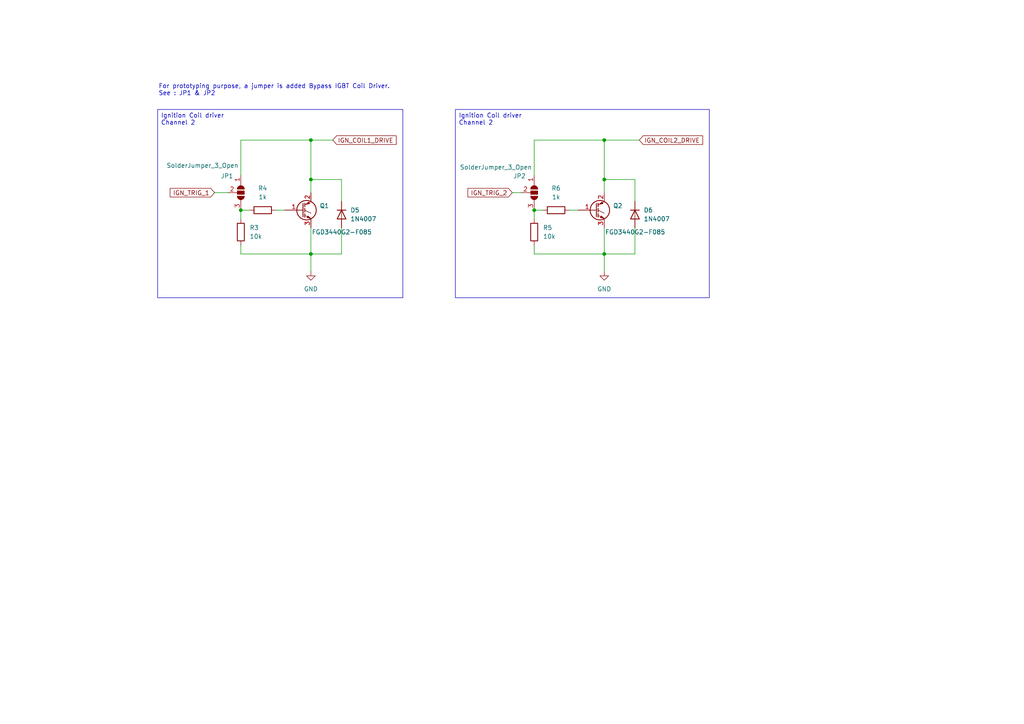
<source format=kicad_sch>
(kicad_sch (version 20231120) (generator "eeschema") (generator_version "8.0")
  (paper "A4")
  (lib_symbols
    (symbol "Device:D" (pin_numbers hide) (pin_names (offset 1.016) hide)
      (property "Reference" "D" (at 0 2.54 0))
      (property "Value" "D" (at 0 -2.54 0))
      (symbol "D_0_1"
        (polyline (pts (xy -1.27 1.27) (xy -1.27 -1.27)) (stroke (width 0.254)))
        (polyline (pts (xy 1.27 0) (xy -1.27 0)))
        (polyline (pts (xy 1.27 1.27) (xy 1.27 -1.27) (xy -1.27 0) (xy 1.27 1.27)) (stroke (width 0.254)))
      )
      (symbol "D_1_1"
        (pin passive line (at -3.81 0 0) (length 2.54) (name "K") (number "1"))
        (pin passive line (at 3.81 0 180) (length 2.54) (name "A") (number "2"))
      )
    )
    (symbol "Device:Q_NIGBT_GCE" (pin_names (offset 0) hide)
      (property "Reference" "Q" (at 5.08 1.27 0))
      (property "Value" "Q_NIGBT_GCE" (at 5.08 -1.27 0))
      (symbol "Q_NIGBT_GCE_0_1"
        (polyline (pts (xy 0.762 -1.016) (xy 0.762 -2.032)) (stroke (width 0.254)))
        (polyline (pts (xy 0.762 0.508) (xy 0.762 -0.508)) (stroke (width 0.254)))
        (polyline (pts (xy 0.762 2.032) (xy 0.762 1.016)) (stroke (width 0.254)))
        (polyline (pts (xy 2.54 -2.413) (xy 0.762 -1.524)))
        (polyline (pts (xy 2.54 -0.889) (xy 0.762 0)))
        (polyline (pts (xy 2.54 2.413) (xy 0.762 1.524)))
        (polyline (pts (xy 0.254 1.905) (xy 0.254 -1.905) (xy 0.254 -1.905)) (stroke (width 0.254)))
        (polyline (pts (xy 1.397 -2.159) (xy 1.651 -1.651) (xy 2.54 -2.413) (xy 1.397 -2.159)) (fill (type outline)))
        (polyline (pts (xy 2.159 1.905) (xy 1.905 2.413) (xy 1.016 1.651) (xy 2.159 1.905)) (fill (type outline)))
        (circle (center 1.27 0) (radius 2.8194) (stroke (width 0.254)))
      )
      (symbol "Q_NIGBT_GCE_1_1"
        (pin input line (at -5.08 0 0) (length 5.334) (name "G") (number "1"))
        (pin passive line (at 2.54 5.08 270) (length 2.54) (name "C") (number "2"))
        (pin passive line (at 2.54 -5.08 90) (length 2.54) (name "E") (number "3"))
      )
    )
    (symbol "Device:R" (pin_numbers hide) (pin_names (offset 0))
      (property "Reference" "R" (at 2.032 0 90))
      (property "Value" "R" (at 0 0 90))
      (symbol "R_0_1"
        (rectangle (start -1.016 -2.54) (end 1.016 2.54) (stroke (width 0.254)))
      )
      (symbol "R_1_1"
        (pin passive line (at 0 3.81 270) (length 1.27) (name "~") (number "1"))
        (pin passive line (at 0 -3.81 90) (length 1.27) (name "~") (number "2"))
      )
    )
    (symbol "Jumper:SolderJumper_3_Open" (pin_names (offset 0) hide) (exclude_from_sim yes) (in_bom no)
      (property "Reference" "JP" (at -2.54 -2.54 0))
      (property "Value" "SolderJumper_3_Open" (at 0 2.794 0))
      (symbol "SolderJumper_3_Open_0_1"
        (arc (start -1.016 1.016) (mid -2.0276 0) (end -1.016 -1.016))
        (arc (start -1.016 1.016) (mid -2.0276 0) (end -1.016 -1.016) (fill (type outline)))
        (rectangle (start -0.508 1.016) (end 0.508 -1.016) (fill (type outline)))
        (polyline (pts (xy -2.54 0) (xy -2.032 0)))
        (polyline (pts (xy -1.016 1.016) (xy -1.016 -1.016)))
        (polyline (pts (xy 0 -1.27) (xy 0 -1.016)))
        (polyline (pts (xy 1.016 1.016) (xy 1.016 -1.016)))
        (polyline (pts (xy 2.54 0) (xy 2.032 0)))
        (arc (start 1.016 -1.016) (mid 2.0276 0) (end 1.016 1.016))
        (arc (start 1.016 -1.016) (mid 2.0276 0) (end 1.016 1.016) (fill (type outline)))
      )
      (symbol "SolderJumper_3_Open_1_1"
        (pin passive line (at -5.08 0 0) (length 2.54) (name "A") (number "1"))
        (pin passive line (at 0 -3.81 90) (length 2.54) (name "C") (number "2"))
        (pin passive line (at 5.08 0 180) (length 2.54) (name "B") (number "3"))
      )
    )
    (symbol "power:GND" (power) (pin_names (offset 0))
      (property "Value" "GND" (at 0 -3.81 0))
      (symbol "GND_0_1"
        (polyline (pts (xy 0 0) (xy 0 -1.27) (xy 1.27 -1.27) (xy 0 -2.54) (xy -1.27 -1.27) (xy 0 -1.27)))
      )
      (symbol "GND_1_1"
        (pin power_in line (at 0 0 270) (length 0) hide (name "GND") (number "1"))
      )
    )
  )
  (junction (at 90.17 52.07))
  (junction (at 175.26 73.66))
  (junction (at 154.94 60.96))
  (junction (at 69.85 60.96))
  (junction (at 90.17 73.66))
  (junction (at 175.26 52.07))
  (junction (at 175.26 40.64))
  (junction (at 90.17 40.64))
  (wire (pts (xy 154.94 73.66) (xy 175.26 73.66)))
  (wire (pts (xy 69.85 50.8) (xy 69.85 40.64)))
  (wire (pts (xy 184.15 52.07) (xy 175.26 52.07)))
  (wire (pts (xy 154.94 60.96) (xy 157.48 60.96)))
  (wire (pts (xy 90.17 52.07) (xy 90.17 55.88)))
  (wire (pts (xy 154.94 60.96) (xy 154.94 63.5)))
  (wire (pts (xy 90.17 73.66) (xy 99.06 73.66)))
  (wire (pts (xy 90.17 40.64) (xy 96.52 40.64)))
  (wire (pts (xy 90.17 40.64) (xy 90.17 52.07)))
  (wire (pts (xy 175.26 66.04) (xy 175.26 73.66)))
  (wire (pts (xy 90.17 73.66) (xy 90.17 78.74)))
  (wire (pts (xy 165.1 60.96) (xy 167.64 60.96)))
  (wire (pts (xy 154.94 71.12) (xy 154.94 73.66)))
  (wire (pts (xy 154.94 40.64) (xy 154.94 50.8)))
  (wire (pts (xy 69.85 71.12) (xy 69.85 73.66)))
  (wire (pts (xy 99.06 66.04) (xy 99.06 73.66)))
  (wire (pts (xy 62.23 55.88) (xy 66.04 55.88)))
  (wire (pts (xy 69.85 60.96) (xy 69.85 63.5)))
  (wire (pts (xy 69.85 40.64) (xy 90.17 40.64)))
  (wire (pts (xy 80.01 60.96) (xy 82.55 60.96)))
  (wire (pts (xy 148.59 55.88) (xy 151.13 55.88)))
  (wire (pts (xy 90.17 52.07) (xy 99.06 52.07)))
  (wire (pts (xy 175.26 52.07) (xy 175.26 55.88)))
  (wire (pts (xy 175.26 40.64) (xy 185.42 40.64)))
  (wire (pts (xy 184.15 58.42) (xy 184.15 52.07)))
  (wire (pts (xy 184.15 73.66) (xy 175.26 73.66)))
  (wire (pts (xy 184.15 66.04) (xy 184.15 73.66)))
  (wire (pts (xy 175.26 40.64) (xy 175.26 52.07)))
  (wire (pts (xy 90.17 66.04) (xy 90.17 73.66)))
  (wire (pts (xy 175.26 73.66) (xy 175.26 78.74)))
  (wire (pts (xy 69.85 73.66) (xy 90.17 73.66)))
  (wire (pts (xy 69.85 60.96) (xy 72.39 60.96)))
  (wire (pts (xy 154.94 40.64) (xy 175.26 40.64)))
  (wire (pts (xy 99.06 52.07) (xy 99.06 58.42)))
  (text_box "Ignition Coil driver\nChannel 2" (at 45.72 31.75 0) (size 71.12 54.61) (effects (font (size 1.27 1.27)) (justify left top)))
  (text_box "Ignition Coil driver\nChannel 2" (at 132.08 31.75 0) (size 73.66 54.61) (effects (font (size 1.27 1.27)) (justify left top)))
  (text "For prototyping purpose, a jumper is added Bypass IGBT Coil Driver.\nSee : JP1 & JP2" (at 45.974 26.162 0) (effects (font (size 1.27 1.27)) (justify left)))
  (global_label "IGN_COIL2_DRIVE" (shape input) (at 185.42 40.64 0) (property "Intersheetrefs" "${INTERSHEET_REFS}" (effects (hide yes))))
  (global_label "IGN_COIL1_DRIVE" (shape input) (at 96.52 40.64 0) (property "Intersheetrefs" "${INTERSHEET_REFS}" (effects (hide yes))))
  (global_label "IGN_TRIG_2" (shape input) (at 148.59 55.88 180) (property "Intersheetrefs" "${INTERSHEET_REFS}" (effects (hide yes))))
  (global_label "IGN_TRIG_1" (shape input) (at 62.23 55.88 180) (property "Intersheetrefs" "${INTERSHEET_REFS}" (effects (hide yes))))
  (symbol (lib_id "Device:R") (at 76.2 60.96 270) (unit 1)
    (property "Reference" "R4" (at 76.2 54.61 90))
    (property "Value" "1k" (at 76.2 57.15 90))
    (property "Footprint" "Resistor_SMD:R_0805_2012Metric" (effects (hide yes)))
  )
  (symbol (lib_id "Device:R") (at 69.85 67.31 180) (unit 1)
    (property "Reference" "R3" (at 72.39 66.0399 0) (effects (justify right)))
    (property "Value" "10k" (at 72.39 68.5799 0) (effects (justify right)))
    (property "Footprint" "Resistor_SMD:R_0805_2012Metric" (effects (hide yes)))
  )
  (symbol (lib_id "power:GND") (at 175.26 78.74 0) (unit 1)
    (property "Reference" "#PWR014" (effects (hide yes)))
    (property "Value" "GND" (at 175.26 83.82 0))
  )
  (symbol (lib_id "power:GND") (at 90.17 78.74 0) (unit 1)
    (property "Reference" "#PWR013" (effects (hide yes)))
    (property "Value" "GND" (at 90.17 83.82 0))
  )
  (symbol (lib_id "Device:D") (at 99.06 62.23 270) (unit 1)
    (property "Reference" "D5" (at 101.6 60.9599 90) (effects (justify left)))
    (property "Value" "1N4007" (at 101.6 63.4999 90) (effects (justify left)))
    (property "Footprint" "Diode_THT:D_DO-41_SOD81_P10.16mm_Horizontal" (effects (hide yes)))
    (property "Sim.Device" "D" (effects (hide yes)))
    (property "Sim.Pins" "1=K 2=A" (effects (hide yes)))
  )
  (symbol (lib_id "Device:Q_NIGBT_GCE") (at 172.72 60.96 0) (unit 1)
    (property "Reference" "Q2" (at 177.8 59.6899 0) (effects (justify left)))
    (property "Value" "FGD3440G2-F085" (at 175.514 67.31 0) (effects (justify left)))
    (property "Footprint" "Package_TO_SOT_SMD:TO-252-2" (effects (hide yes)))
    (property "Description" "N-IGBT transistor, gate/collector/emitter" (effects (hide yes)))
  )
  (symbol (lib_id "Device:Q_NIGBT_GCE") (at 87.63 60.96 0) (unit 1)
    (property "Reference" "Q1" (at 92.71 59.6899 0) (effects (justify left)))
    (property "Value" "FGD3440G2-F085" (at 90.424 67.31 0) (effects (justify left)))
    (property "Footprint" "Package_TO_SOT_SMD:TO-252-2" (effects (hide yes)))
    (property "Description" "N-IGBT transistor, gate/collector/emitter" (effects (hide yes)))
  )
  (symbol (lib_id "Device:R") (at 161.29 60.96 270) (unit 1)
    (property "Reference" "R6" (at 161.29 54.61 90))
    (property "Value" "1k" (at 161.29 57.15 90))
    (property "Footprint" "Resistor_SMD:R_0805_2012Metric" (effects (hide yes)))
  )
  (symbol (lib_id "Jumper:SolderJumper_3_Open") (at 154.94 55.88 270) (unit 1) (exclude_from_sim yes) (in_bom no)
    (property "Reference" "JP2" (at 148.844 51.054 90) (effects (justify left)))
    (property "Value" "SolderJumper_3_Open" (at 133.35 48.514 90) (effects (justify left)))
    (property "Footprint" "Jumper:SolderJumper-3_P1.3mm_Open_RoundedPad1.0x1.5mm" (effects (hide yes)))
    (property "Description" "Solder Jumper, 3-pole, open" (effects (hide yes)))
  )
  (symbol (lib_id "Jumper:SolderJumper_3_Open") (at 69.85 55.88 270) (unit 1) (exclude_from_sim yes) (in_bom no)
    (property "Reference" "JP1" (at 64.008 51.054 90) (effects (justify left)))
    (property "Value" "SolderJumper_3_Open" (at 48.26 48.006 90) (effects (justify left)))
    (property "Footprint" "Jumper:SolderJumper-3_P1.3mm_Open_RoundedPad1.0x1.5mm" (effects (hide yes)))
    (property "Description" "Solder Jumper, 3-pole, open" (effects (hide yes)))
  )
  (symbol (lib_id "Device:R") (at 154.94 67.31 180) (unit 1)
    (property "Reference" "R5" (at 157.48 66.0399 0) (effects (justify right)))
    (property "Value" "10k" (at 157.48 68.5799 0) (effects (justify right)))
    (property "Footprint" "Resistor_SMD:R_0805_2012Metric" (effects (hide yes)))
  )
  (symbol (lib_id "Device:D") (at 184.15 62.23 270) (unit 1)
    (property "Reference" "D6" (at 186.69 60.9599 90) (effects (justify left)))
    (property "Value" "1N4007" (at 186.69 63.4999 90) (effects (justify left)))
    (property "Footprint" "Diode_THT:D_DO-41_SOD81_P10.16mm_Horizontal" (effects (hide yes)))
    (property "Sim.Device" "D" (effects (hide yes)))
    (property "Sim.Pins" "1=K 2=A" (effects (hide yes)))
  )
)
</source>
